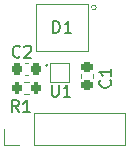
<source format=gto>
G04 #@! TF.GenerationSoftware,KiCad,Pcbnew,8.0.8*
G04 #@! TF.CreationDate,2025-01-29T14:53:02+01:00*
G04 #@! TF.ProjectId,TS4231-BOB,54533432-3331-42d4-924f-422e6b696361,rev?*
G04 #@! TF.SameCoordinates,Original*
G04 #@! TF.FileFunction,Legend,Top*
G04 #@! TF.FilePolarity,Positive*
%FSLAX46Y46*%
G04 Gerber Fmt 4.6, Leading zero omitted, Abs format (unit mm)*
G04 Created by KiCad (PCBNEW 8.0.8) date 2025-01-29 14:53:02*
%MOMM*%
%LPD*%
G01*
G04 APERTURE LIST*
G04 Aperture macros list*
%AMRoundRect*
0 Rectangle with rounded corners*
0 $1 Rounding radius*
0 $2 $3 $4 $5 $6 $7 $8 $9 X,Y pos of 4 corners*
0 Add a 4 corners polygon primitive as box body*
4,1,4,$2,$3,$4,$5,$6,$7,$8,$9,$2,$3,0*
0 Add four circle primitives for the rounded corners*
1,1,$1+$1,$2,$3*
1,1,$1+$1,$4,$5*
1,1,$1+$1,$6,$7*
1,1,$1+$1,$8,$9*
0 Add four rect primitives between the rounded corners*
20,1,$1+$1,$2,$3,$4,$5,0*
20,1,$1+$1,$4,$5,$6,$7,0*
20,1,$1+$1,$6,$7,$8,$9,0*
20,1,$1+$1,$8,$9,$2,$3,0*%
G04 Aperture macros list end*
%ADD10C,0.150000*%
%ADD11C,0.120000*%
%ADD12C,0.100000*%
%ADD13RoundRect,0.225000X0.250000X-0.225000X0.250000X0.225000X-0.250000X0.225000X-0.250000X-0.225000X0*%
%ADD14R,1.400000X2.000000*%
%ADD15R,1.400000X1.200000*%
%ADD16R,1.700000X1.700000*%
%ADD17O,1.700000X1.700000*%
%ADD18RoundRect,0.200000X-0.200000X-0.275000X0.200000X-0.275000X0.200000X0.275000X-0.200000X0.275000X0*%
%ADD19RoundRect,0.225000X0.225000X0.250000X-0.225000X0.250000X-0.225000X-0.250000X0.225000X-0.250000X0*%
%ADD20C,0.400000*%
G04 APERTURE END LIST*
D10*
X136859580Y-50766666D02*
X136907200Y-50814285D01*
X136907200Y-50814285D02*
X136954819Y-50957142D01*
X136954819Y-50957142D02*
X136954819Y-51052380D01*
X136954819Y-51052380D02*
X136907200Y-51195237D01*
X136907200Y-51195237D02*
X136811961Y-51290475D01*
X136811961Y-51290475D02*
X136716723Y-51338094D01*
X136716723Y-51338094D02*
X136526247Y-51385713D01*
X136526247Y-51385713D02*
X136383390Y-51385713D01*
X136383390Y-51385713D02*
X136192914Y-51338094D01*
X136192914Y-51338094D02*
X136097676Y-51290475D01*
X136097676Y-51290475D02*
X136002438Y-51195237D01*
X136002438Y-51195237D02*
X135954819Y-51052380D01*
X135954819Y-51052380D02*
X135954819Y-50957142D01*
X135954819Y-50957142D02*
X136002438Y-50814285D01*
X136002438Y-50814285D02*
X136050057Y-50766666D01*
X136954819Y-49814285D02*
X136954819Y-50385713D01*
X136954819Y-50099999D02*
X135954819Y-50099999D01*
X135954819Y-50099999D02*
X136097676Y-50195237D01*
X136097676Y-50195237D02*
X136192914Y-50290475D01*
X136192914Y-50290475D02*
X136240533Y-50385713D01*
X132061905Y-46754819D02*
X132061905Y-45754819D01*
X132061905Y-45754819D02*
X132300000Y-45754819D01*
X132300000Y-45754819D02*
X132442857Y-45802438D01*
X132442857Y-45802438D02*
X132538095Y-45897676D01*
X132538095Y-45897676D02*
X132585714Y-45992914D01*
X132585714Y-45992914D02*
X132633333Y-46183390D01*
X132633333Y-46183390D02*
X132633333Y-46326247D01*
X132633333Y-46326247D02*
X132585714Y-46516723D01*
X132585714Y-46516723D02*
X132538095Y-46611961D01*
X132538095Y-46611961D02*
X132442857Y-46707200D01*
X132442857Y-46707200D02*
X132300000Y-46754819D01*
X132300000Y-46754819D02*
X132061905Y-46754819D01*
X133585714Y-46754819D02*
X133014286Y-46754819D01*
X133300000Y-46754819D02*
X133300000Y-45754819D01*
X133300000Y-45754819D02*
X133204762Y-45897676D01*
X133204762Y-45897676D02*
X133109524Y-45992914D01*
X133109524Y-45992914D02*
X133014286Y-46040533D01*
X129133333Y-53454819D02*
X128800000Y-52978628D01*
X128561905Y-53454819D02*
X128561905Y-52454819D01*
X128561905Y-52454819D02*
X128942857Y-52454819D01*
X128942857Y-52454819D02*
X129038095Y-52502438D01*
X129038095Y-52502438D02*
X129085714Y-52550057D01*
X129085714Y-52550057D02*
X129133333Y-52645295D01*
X129133333Y-52645295D02*
X129133333Y-52788152D01*
X129133333Y-52788152D02*
X129085714Y-52883390D01*
X129085714Y-52883390D02*
X129038095Y-52931009D01*
X129038095Y-52931009D02*
X128942857Y-52978628D01*
X128942857Y-52978628D02*
X128561905Y-52978628D01*
X130085714Y-53454819D02*
X129514286Y-53454819D01*
X129800000Y-53454819D02*
X129800000Y-52454819D01*
X129800000Y-52454819D02*
X129704762Y-52597676D01*
X129704762Y-52597676D02*
X129609524Y-52692914D01*
X129609524Y-52692914D02*
X129514286Y-52740533D01*
X129233333Y-48759580D02*
X129185714Y-48807200D01*
X129185714Y-48807200D02*
X129042857Y-48854819D01*
X129042857Y-48854819D02*
X128947619Y-48854819D01*
X128947619Y-48854819D02*
X128804762Y-48807200D01*
X128804762Y-48807200D02*
X128709524Y-48711961D01*
X128709524Y-48711961D02*
X128661905Y-48616723D01*
X128661905Y-48616723D02*
X128614286Y-48426247D01*
X128614286Y-48426247D02*
X128614286Y-48283390D01*
X128614286Y-48283390D02*
X128661905Y-48092914D01*
X128661905Y-48092914D02*
X128709524Y-47997676D01*
X128709524Y-47997676D02*
X128804762Y-47902438D01*
X128804762Y-47902438D02*
X128947619Y-47854819D01*
X128947619Y-47854819D02*
X129042857Y-47854819D01*
X129042857Y-47854819D02*
X129185714Y-47902438D01*
X129185714Y-47902438D02*
X129233333Y-47950057D01*
X129614286Y-47950057D02*
X129661905Y-47902438D01*
X129661905Y-47902438D02*
X129757143Y-47854819D01*
X129757143Y-47854819D02*
X129995238Y-47854819D01*
X129995238Y-47854819D02*
X130090476Y-47902438D01*
X130090476Y-47902438D02*
X130138095Y-47950057D01*
X130138095Y-47950057D02*
X130185714Y-48045295D01*
X130185714Y-48045295D02*
X130185714Y-48140533D01*
X130185714Y-48140533D02*
X130138095Y-48283390D01*
X130138095Y-48283390D02*
X129566667Y-48854819D01*
X129566667Y-48854819D02*
X130185714Y-48854819D01*
X131938095Y-51154819D02*
X131938095Y-51964342D01*
X131938095Y-51964342D02*
X131985714Y-52059580D01*
X131985714Y-52059580D02*
X132033333Y-52107200D01*
X132033333Y-52107200D02*
X132128571Y-52154819D01*
X132128571Y-52154819D02*
X132319047Y-52154819D01*
X132319047Y-52154819D02*
X132414285Y-52107200D01*
X132414285Y-52107200D02*
X132461904Y-52059580D01*
X132461904Y-52059580D02*
X132509523Y-51964342D01*
X132509523Y-51964342D02*
X132509523Y-51154819D01*
X133509523Y-52154819D02*
X132938095Y-52154819D01*
X133223809Y-52154819D02*
X133223809Y-51154819D01*
X133223809Y-51154819D02*
X133128571Y-51297676D01*
X133128571Y-51297676D02*
X133033333Y-51392914D01*
X133033333Y-51392914D02*
X132938095Y-51440533D01*
D11*
X134390000Y-50540580D02*
X134390000Y-50259420D01*
X135410000Y-50540580D02*
X135410000Y-50259420D01*
X130600000Y-44300000D02*
X135000000Y-44300000D01*
X130600000Y-48300000D02*
X130600000Y-44300000D01*
X135000000Y-44300000D02*
X135000000Y-48300000D01*
X135000000Y-48300000D02*
X130600000Y-48300000D01*
X135700000Y-44600000D02*
G75*
G02*
X135300000Y-44600000I-200000J0D01*
G01*
X135300000Y-44600000D02*
G75*
G02*
X135700000Y-44600000I200000J0D01*
G01*
X127870000Y-56230000D02*
X127870000Y-54900000D01*
X129200000Y-56230000D02*
X127870000Y-56230000D01*
X130470000Y-53570000D02*
X138150000Y-53570000D01*
X130470000Y-56230000D02*
X130470000Y-53570000D01*
X130470000Y-56230000D02*
X138150000Y-56230000D01*
X138150000Y-56230000D02*
X138150000Y-53570000D01*
X129562742Y-50877500D02*
X130037258Y-50877500D01*
X129562742Y-51922500D02*
X130037258Y-51922500D01*
X129940580Y-49290000D02*
X129659420Y-49290000D01*
X129940580Y-50310000D02*
X129659420Y-50310000D01*
D12*
X131800000Y-49300000D02*
X133400000Y-49300000D01*
X131800000Y-50900000D02*
X131800000Y-49300000D01*
X133400000Y-49300000D02*
X133400000Y-50900000D01*
X133400000Y-50900000D02*
X131800000Y-50900000D01*
D11*
X131600000Y-49500000D02*
G75*
G02*
X131400000Y-49500000I-100000J0D01*
G01*
X131400000Y-49500000D02*
G75*
G02*
X131600000Y-49500000I100000J0D01*
G01*
%LPC*%
D13*
X134900000Y-51175000D03*
X134900000Y-49625000D03*
D14*
X135900000Y-46300000D03*
D15*
X129800000Y-46300000D03*
D16*
X129200000Y-54900000D03*
D17*
X131740000Y-54900000D03*
X134280000Y-54900000D03*
X136820000Y-54900000D03*
D18*
X128975000Y-51400000D03*
X130625000Y-51400000D03*
D19*
X130575000Y-49800000D03*
X129025000Y-49800000D03*
D20*
X132100000Y-49600000D03*
X132600000Y-49600000D03*
X133100000Y-49600000D03*
X132100000Y-50100000D03*
X132600000Y-50100000D03*
X133100000Y-50100000D03*
X132100000Y-50600000D03*
X132600000Y-50600000D03*
X133100000Y-50600000D03*
%LPD*%
M02*

</source>
